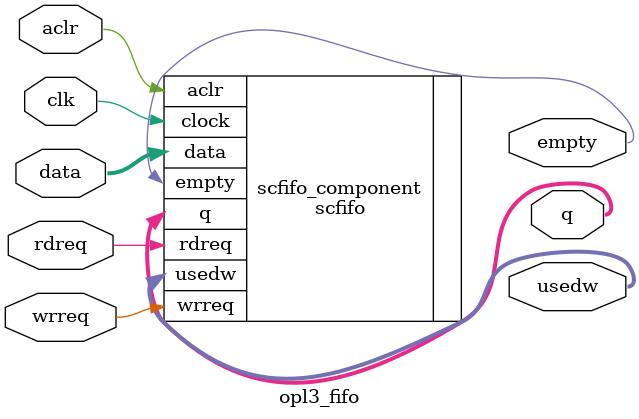
<source format=sv>
`timescale 1ns / 1ps
/*
* Copyright (c) 2021, Christopher Hubmann
* All rights reserved.
* 
* Redistribution and use in source and binary forms, with or without
* modification, are permitted provided that the following conditions are met:
* 
* * Redistributions of source code must retain the above copyright notice, this
*   list of conditions and the following disclaimer.
* 
* * Redistributions in binary form must reproduce the above copyright notice,
*   this list of conditions and the following disclaimer in the documentation
*   and/or other materials provided with the distribution.
* 
* THIS SOFTWARE IS PROVIDED BY THE COPYRIGHT HOLDERS AND CONTRIBUTORS "AS IS"
* AND ANY EXPRESS OR IMPLIED WARRANTIES, INCLUDING, BUT NOT LIMITED TO, THE
* IMPLIED WARRANTIES OF MERCHANTABILITY AND FITNESS FOR A PARTICULAR PURPOSE ARE
* DISCLAIMED. IN NO EVENT SHALL THE COPYRIGHT HOLDER OR CONTRIBUTORS BE LIABLE
* FOR ANY DIRECT, INDIRECT, INCIDENTAL, SPECIAL, EXEMPLARY, OR CONSEQUENTIAL
* DAMAGES (INCLUDING, BUT NOT LIMITED TO, PROCUREMENT OF SUBSTITUTE GOODS OR
* SERVICES; LOSS OF USE, DATA, OR PROFITS; OR BUSINESS INTERRUPTION) HOWEVER
* CAUSED AND ON ANY THEORY OF LIABILITY, WHETHER IN CONTRACT, STRICT LIABILITY,
* OR TORT (INCLUDING NEGLIGENCE OR OTHERWISE) ARISING IN ANY WAY OUT OF THE USE
* OF THIS SOFTWARE, EVEN IF ADVISED OF THE POSSIBILITY OF SUCH DAMAGE.
*/

module opl3sw
(
	input             reset,
	input             clk,

	// write reg interface
	input       [1:0] addr,
	input       [7:0] din,
	input             wr,
	
	// read reg interface
	input       [7:0] mgmt_address,
	input             mgmt_read,
	output reg [15:0] mgmt_readdata
);

wire  [9:0] qdata;
wire        qempty;
wire  [7:0] qusedw;
reg         rdreq;

always @(negedge clk) begin
	if(qempty) rdreq <= 0;
	else begin
		case(mgmt_address)
		      0: rdreq <= 0;
		default: rdreq <= mgmt_read;
		endcase
	end
end

always @(posedge clk) begin
	if(qempty) mgmt_readdata <= 16'b0;
	else begin
		case(mgmt_address)
		      0: mgmt_readdata <= {8'b0, qusedw};
		default: mgmt_readdata <= {6'b0, qdata};
		endcase
	end
end

opl3_fifo reg_queue
(
	.aclr   (reset),
	.clk    (clk),
	.rdreq  (rdreq),
	.wrreq  (wr),
	.data   ({addr, din}),
	.q      (qdata),
	.empty  (qempty),
	.usedw  (qusedw)
);

endmodule

module opl3_fifo
(
	input        aclr,
	input        clk,
	input        rdreq,
	input        wrreq,
	input  [9:0] data,
	output [9:0] q,
	output       empty,
	output [7:0] usedw
);
scfifo scfifo_component (
	.aclr   (aclr),
	.clock  (clk),
	.rdreq  (rdreq),
	.wrreq  (wrreq),
	.data   (data),
	.q      (q),
	.empty  (empty),
	.usedw  (usedw));
defparam
	scfifo_component.intended_device_family = "Cyclone V",
	scfifo_component.lpm_showahead = "ON",
	scfifo_component.lpm_type = "scfifo",
	scfifo_component.lpm_width = 10, // width = 10-bit
	scfifo_component.lpm_widthu = 8, // len = 2^8 = 256
	scfifo_component.lpm_numwords = 256,
	scfifo_component.overflow_checking = "ON",
	scfifo_component.underflow_checking = "ON",
	scfifo_component.use_eab = "ON";

endmodule

</source>
